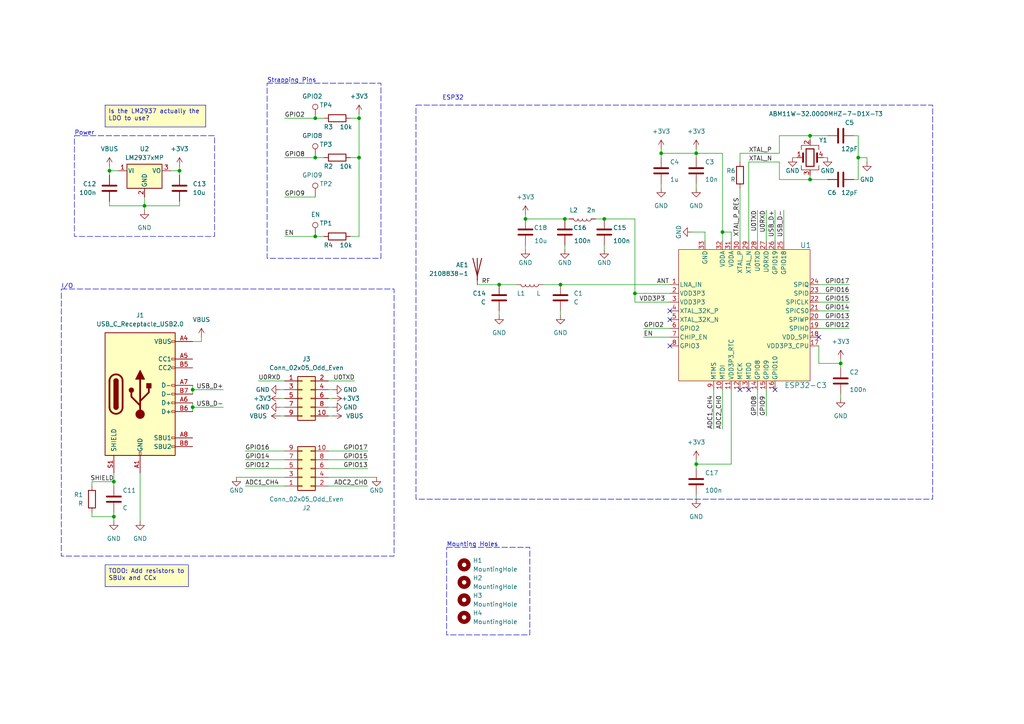
<source format=kicad_sch>
(kicad_sch (version 20230121) (generator eeschema)
  (paper "A4")
  (lib_symbols
    (symbol "Connector:TestPoint" (pin_numbers hide) (pin_names (offset 0.762) hide)
      (property "Reference" "TP" (at 0 6.858 0))
      (property "Value" "TestPoint" (at 0 5.08 0))
      (symbol "TestPoint_0_1"
        (circle (center 0 3.302) (radius 0.762))
      )
      (symbol "TestPoint_1_1"
        (pin passive line (at 0 0 90) (length 2.54) (name "1") (number "1"))
      )
    )
    (symbol "Connector:USB_C_Receptacle_USB2.0" (pin_names (offset 1.016))
      (property "Reference" "J" (at -10.16 19.05 0))
      (property "Value" "USB_C_Receptacle_USB2.0" (at 19.05 19.05 0))
      (symbol "USB_C_Receptacle_USB2.0_0_0"
        (rectangle (start -0.254 -17.78) (end 0.254 -16.764))
        (rectangle (start 10.16 -14.986) (end 9.144 -15.494))
        (rectangle (start 10.16 -12.446) (end 9.144 -12.954))
        (rectangle (start 10.16 -4.826) (end 9.144 -5.334))
        (rectangle (start 10.16 -2.286) (end 9.144 -2.794))
        (rectangle (start 10.16 0.254) (end 9.144 -0.254))
        (rectangle (start 10.16 2.794) (end 9.144 2.286))
        (rectangle (start 10.16 7.874) (end 9.144 7.366))
        (rectangle (start 10.16 10.414) (end 9.144 9.906))
        (rectangle (start 10.16 15.494) (end 9.144 14.986))
      )
      (symbol "USB_C_Receptacle_USB2.0_0_1"
        (rectangle (start -10.16 17.78) (end 10.16 -17.78) (stroke (width 0.254)) (fill (type background)))
        (arc (start -8.89 -3.81) (mid -6.985 -5.7067) (end -5.08 -3.81) (stroke (width 0.508)))
        (arc (start -7.62 -3.81) (mid -6.985 -4.4423) (end -6.35 -3.81) (stroke (width 0.254)))
        (arc (start -7.62 -3.81) (mid -6.985 -4.4423) (end -6.35 -3.81) (stroke (width 0.254)) (fill (type outline)))
        (rectangle (start -7.62 -3.81) (end -6.35 3.81) (stroke (width 0.254)) (fill (type outline)))
        (arc (start -6.35 3.81) (mid -6.985 4.4423) (end -7.62 3.81) (stroke (width 0.254)))
        (arc (start -6.35 3.81) (mid -6.985 4.4423) (end -7.62 3.81) (stroke (width 0.254)) (fill (type outline)))
        (arc (start -5.08 3.81) (mid -6.985 5.7067) (end -8.89 3.81) (stroke (width 0.508)))
        (circle (center -2.54 1.143) (radius 0.635) (stroke (width 0.254)) (fill (type outline)))
        (circle (center 0 -5.842) (radius 1.27) (fill (type outline)))
        (polyline (pts (xy -8.89 -3.81) (xy -8.89 3.81)) (stroke (width 0.508)))
        (polyline (pts (xy -5.08 3.81) (xy -5.08 -3.81)) (stroke (width 0.508)))
        (polyline (pts (xy 0 -5.842) (xy 0 4.318)) (stroke (width 0.508)))
        (polyline (pts (xy 0 -3.302) (xy -2.54 -0.762) (xy -2.54 0.508)) (stroke (width 0.508)))
        (polyline (pts (xy 0 -2.032) (xy 2.54 0.508) (xy 2.54 1.778)) (stroke (width 0.508)))
        (polyline (pts (xy -1.27 4.318) (xy 0 6.858) (xy 1.27 4.318) (xy -1.27 4.318)) (stroke (width 0.254)) (fill (type outline)))
        (rectangle (start 1.905 1.778) (end 3.175 3.048) (stroke (width 0.254)) (fill (type outline)))
      )
      (symbol "USB_C_Receptacle_USB2.0_1_1"
        (pin passive line (at 0 -22.86 90) (length 5.08) (name "GND") (number "A1"))
        (pin passive line (at 0 -22.86 90) (length 5.08) hide (name "GND") (number "A12"))
        (pin passive line (at 15.24 15.24 180) (length 5.08) (name "VBUS") (number "A4"))
        (pin bidirectional line (at 15.24 10.16 180) (length 5.08) (name "CC1") (number "A5"))
        (pin bidirectional line (at 15.24 -2.54 180) (length 5.08) (name "D+") (number "A6"))
        (pin bidirectional line (at 15.24 2.54 180) (length 5.08) (name "D-") (number "A7"))
        (pin bidirectional line (at 15.24 -12.7 180) (length 5.08) (name "SBU1") (number "A8"))
        (pin passive line (at 15.24 15.24 180) (length 5.08) hide (name "VBUS") (number "A9"))
        (pin passive line (at 0 -22.86 90) (length 5.08) hide (name "GND") (number "B1"))
        (pin passive line (at 0 -22.86 90) (length 5.08) hide (name "GND") (number "B12"))
        (pin passive line (at 15.24 15.24 180) (length 5.08) hide (name "VBUS") (number "B4"))
        (pin bidirectional line (at 15.24 7.62 180) (length 5.08) (name "CC2") (number "B5"))
        (pin bidirectional line (at 15.24 -5.08 180) (length 5.08) (name "D+") (number "B6"))
        (pin bidirectional line (at 15.24 0 180) (length 5.08) (name "D-") (number "B7"))
        (pin bidirectional line (at 15.24 -15.24 180) (length 5.08) (name "SBU2") (number "B8"))
        (pin passive line (at 15.24 15.24 180) (length 5.08) hide (name "VBUS") (number "B9"))
        (pin passive line (at -7.62 -22.86 90) (length 5.08) (name "SHIELD") (number "S1"))
      )
    )
    (symbol "Connector_Generic:Conn_02x05_Odd_Even" (pin_names (offset 1.016) hide)
      (property "Reference" "J" (at 1.27 7.62 0))
      (property "Value" "Conn_02x05_Odd_Even" (at 1.27 -7.62 0))
      (symbol "Conn_02x05_Odd_Even_1_1"
        (rectangle (start -1.27 -4.953) (end 0 -5.207) (stroke (width 0.1524)))
        (rectangle (start -1.27 -2.413) (end 0 -2.667) (stroke (width 0.1524)))
        (rectangle (start -1.27 0.127) (end 0 -0.127) (stroke (width 0.1524)))
        (rectangle (start -1.27 2.667) (end 0 2.413) (stroke (width 0.1524)))
        (rectangle (start -1.27 5.207) (end 0 4.953) (stroke (width 0.1524)))
        (rectangle (start -1.27 6.35) (end 3.81 -6.35) (stroke (width 0.254)) (fill (type background)))
        (rectangle (start 3.81 -4.953) (end 2.54 -5.207) (stroke (width 0.1524)))
        (rectangle (start 3.81 -2.413) (end 2.54 -2.667) (stroke (width 0.1524)))
        (rectangle (start 3.81 0.127) (end 2.54 -0.127) (stroke (width 0.1524)))
        (rectangle (start 3.81 2.667) (end 2.54 2.413) (stroke (width 0.1524)))
        (rectangle (start 3.81 5.207) (end 2.54 4.953) (stroke (width 0.1524)))
        (pin passive line (at -5.08 5.08 0) (length 3.81) (name "Pin_1") (number "1"))
        (pin passive line (at 7.62 -5.08 180) (length 3.81) (name "Pin_10") (number "10"))
        (pin passive line (at 7.62 5.08 180) (length 3.81) (name "Pin_2") (number "2"))
        (pin passive line (at -5.08 2.54 0) (length 3.81) (name "Pin_3") (number "3"))
        (pin passive line (at 7.62 2.54 180) (length 3.81) (name "Pin_4") (number "4"))
        (pin passive line (at -5.08 0 0) (length 3.81) (name "Pin_5") (number "5"))
        (pin passive line (at 7.62 0 180) (length 3.81) (name "Pin_6") (number "6"))
        (pin passive line (at -5.08 -2.54 0) (length 3.81) (name "Pin_7") (number "7"))
        (pin passive line (at 7.62 -2.54 180) (length 3.81) (name "Pin_8") (number "8"))
        (pin passive line (at -5.08 -5.08 0) (length 3.81) (name "Pin_9") (number "9"))
      )
    )
    (symbol "Device:Antenna" (pin_numbers hide) (pin_names (offset 1.016) hide)
      (property "Reference" "AE" (at -1.905 1.905 0))
      (property "Value" "Antenna" (at -1.905 0 0))
      (symbol "Antenna_0_1"
        (polyline (pts (xy 0 2.54) (xy 0 -3.81)) (stroke (width 0.254)))
        (polyline (pts (xy 1.27 2.54) (xy 0 -2.54) (xy -1.27 2.54)) (stroke (width 0.254)))
      )
      (symbol "Antenna_1_1"
        (pin input line (at 0 -5.08 90) (length 2.54) (name "A") (number "1"))
      )
    )
    (symbol "Device:C" (pin_numbers hide) (pin_names (offset 0.254))
      (property "Reference" "C" (at 0.635 2.54 0))
      (property "Value" "C" (at 0.635 -2.54 0))
      (symbol "C_0_1"
        (polyline (pts (xy -2.032 -0.762) (xy 2.032 -0.762)) (stroke (width 0.508)))
        (polyline (pts (xy -2.032 0.762) (xy 2.032 0.762)) (stroke (width 0.508)))
      )
      (symbol "C_1_1"
        (pin passive line (at 0 3.81 270) (length 2.794) (name "~") (number "1"))
        (pin passive line (at 0 -3.81 90) (length 2.794) (name "~") (number "2"))
      )
    )
    (symbol "Device:Crystal_GND23" (pin_names (offset 1.016) hide)
      (property "Reference" "Y" (at 3.175 5.08 0))
      (property "Value" "Crystal_GND23" (at 3.175 3.175 0))
      (symbol "Crystal_GND23_0_1"
        (rectangle (start -1.143 2.54) (end 1.143 -2.54) (stroke (width 0.3048)))
        (polyline (pts (xy -2.54 0) (xy -2.032 0)))
        (polyline (pts (xy -2.032 -1.27) (xy -2.032 1.27)) (stroke (width 0.508)))
        (polyline (pts (xy 0 -3.81) (xy 0 -3.556)))
        (polyline (pts (xy 0 3.556) (xy 0 3.81)))
        (polyline (pts (xy 2.032 -1.27) (xy 2.032 1.27)) (stroke (width 0.508)))
        (polyline (pts (xy 2.032 0) (xy 2.54 0)))
        (polyline (pts (xy -2.54 -2.286) (xy -2.54 -3.556) (xy 2.54 -3.556) (xy 2.54 -2.286)))
        (polyline (pts (xy -2.54 2.286) (xy -2.54 3.556) (xy 2.54 3.556) (xy 2.54 2.286)))
      )
      (symbol "Crystal_GND23_1_1"
        (pin passive line (at -3.81 0 0) (length 1.27) (name "1") (number "1"))
        (pin passive line (at 0 5.08 270) (length 1.27) (name "2") (number "2"))
        (pin passive line (at 0 -5.08 90) (length 1.27) (name "3") (number "3"))
        (pin passive line (at 3.81 0 180) (length 1.27) (name "4") (number "4"))
      )
    )
    (symbol "Device:L" (pin_numbers hide) (pin_names (offset 1.016) hide)
      (property "Reference" "L" (at -1.27 0 90))
      (property "Value" "L" (at 1.905 0 90))
      (symbol "L_0_1"
        (arc (start 0 -2.54) (mid 0.6323 -1.905) (end 0 -1.27))
        (arc (start 0 -1.27) (mid 0.6323 -0.635) (end 0 0))
        (arc (start 0 0) (mid 0.6323 0.635) (end 0 1.27))
        (arc (start 0 1.27) (mid 0.6323 1.905) (end 0 2.54))
      )
      (symbol "L_1_1"
        (pin passive line (at 0 3.81 270) (length 1.27) (name "1") (number "1"))
        (pin passive line (at 0 -3.81 90) (length 1.27) (name "2") (number "2"))
      )
    )
    (symbol "Device:R" (pin_numbers hide) (pin_names (offset 0))
      (property "Reference" "R" (at 2.032 0 90))
      (property "Value" "R" (at 0 0 90))
      (symbol "R_0_1"
        (rectangle (start -1.016 -2.54) (end 1.016 2.54) (stroke (width 0.254)))
      )
      (symbol "R_1_1"
        (pin passive line (at 0 3.81 270) (length 1.27) (name "~") (number "1"))
        (pin passive line (at 0 -3.81 90) (length 1.27) (name "~") (number "2"))
      )
    )
    (symbol "Mechanical:MountingHole" (pin_names (offset 1.016))
      (property "Reference" "H" (at 0 5.08 0))
      (property "Value" "MountingHole" (at 0 3.175 0))
      (symbol "MountingHole_0_1"
        (circle (center 0 0) (radius 1.27) (stroke (width 1.27)))
      )
    )
    (symbol "Regulator_Linear:LM2937xMP" (pin_names (offset 0.254))
      (property "Reference" "U" (at -3.81 3.175 0))
      (property "Value" "LM2937xMP" (at 0 3.175 0))
      (symbol "LM2937xMP_0_1"
        (rectangle (start -5.08 -5.08) (end 5.08 1.905) (stroke (width 0.254)) (fill (type background)))
      )
      (symbol "LM2937xMP_1_1"
        (pin power_in line (at -7.62 0 0) (length 2.54) (name "VI") (number "1"))
        (pin power_in line (at 0 -7.62 90) (length 2.54) (name "GND") (number "2"))
        (pin power_out line (at 7.62 0 180) (length 2.54) (name "VO") (number "3"))
      )
    )
    (symbol "encyclopedia_galactica:ESP32-C3" (pin_names (offset 0.254))
      (property "Reference" "U" (at 0 43.18 0))
      (property "Value" "ESP32-C3" (at 0 40.64 0))
      (symbol "ESP32-C3_0_1"
        (pin bidirectional line (at -21.59 8.89 0) (length 2.54) (name "LNA_IN") (number "1"))
        (pin bidirectional line (at -6.35 -21.59 90) (length 2.54) (name "MTDI") (number "10"))
        (pin power_in line (at -3.81 -21.59 90) (length 2.54) (name "VDD3P3_RTC") (number "11"))
        (pin bidirectional line (at -1.27 -21.59 90) (length 2.54) (name "MTCK") (number "12"))
        (pin bidirectional line (at 1.27 -21.59 90) (length 2.54) (name "MTDO") (number "13"))
        (pin bidirectional line (at 3.81 -21.59 90) (length 2.54) (name "GPIO8") (number "14"))
        (pin bidirectional line (at 6.35 -21.59 90) (length 2.54) (name "GPIO9") (number "15"))
        (pin bidirectional line (at 8.89 -21.59 90) (length 2.54) (name "GPIO10") (number "16"))
        (pin power_in line (at 21.59 -8.89 180) (length 2.54) (name "VDD3P3_CPU") (number "17"))
        (pin power_in line (at 21.59 -6.35 180) (length 2.54) (name "VDD_SPI") (number "18"))
        (pin bidirectional line (at 21.59 -3.81 180) (length 2.54) (name "SPIHD") (number "19"))
        (pin power_in line (at -21.59 6.35 0) (length 2.54) (name "VDD3P3") (number "2"))
        (pin bidirectional line (at 21.59 -1.27 180) (length 2.54) (name "SPIWP") (number "20"))
        (pin bidirectional line (at 21.59 1.27 180) (length 2.54) (name "SPICS0") (number "21"))
        (pin bidirectional line (at 21.59 3.81 180) (length 2.54) (name "SPICLK") (number "22"))
        (pin bidirectional line (at 21.59 6.35 180) (length 2.54) (name "SPID") (number "23"))
        (pin bidirectional line (at 21.59 8.89 180) (length 2.54) (name "SPIQ") (number "24"))
        (pin bidirectional line (at 11.43 21.59 270) (length 2.54) (name "GPIO18") (number "25"))
        (pin bidirectional line (at 8.89 21.59 270) (length 2.54) (name "GPIO19") (number "26"))
        (pin bidirectional line (at 6.35 21.59 270) (length 2.54) (name "U0RXD") (number "27"))
        (pin bidirectional line (at 3.81 21.59 270) (length 2.54) (name "U0TXD") (number "28"))
        (pin output line (at 1.27 21.59 270) (length 2.54) (name "XTAL_N") (number "29"))
        (pin power_in line (at -21.59 3.81 0) (length 2.54) (name "VDD3P3") (number "3"))
        (pin input line (at -1.27 21.59 270) (length 2.54) (name "XTAL_P") (number "30"))
        (pin power_in line (at -3.81 21.59 270) (length 2.54) (name "VDDA") (number "31"))
        (pin power_in line (at -6.35 21.59 270) (length 2.54) (name "VDDA") (number "32"))
        (pin power_out line (at -11.43 21.59 270) (length 2.54) (name "GND") (number "33"))
        (pin bidirectional line (at -21.59 1.27 0) (length 2.54) (name "XTAL_32K_P") (number "4"))
        (pin bidirectional line (at -21.59 -1.27 0) (length 2.54) (name "XTAL_32K_N") (number "5"))
        (pin bidirectional line (at -21.59 -3.81 0) (length 2.54) (name "GPIO2") (number "6"))
        (pin input line (at -21.59 -6.35 0) (length 2.54) (name "CHIP_EN") (number "7"))
        (pin bidirectional line (at -21.59 -8.89 0) (length 2.54) (name "GPIO3") (number "8"))
        (pin bidirectional line (at -8.89 -21.59 90) (length 2.54) (name "MTMS") (number "9"))
      )
      (symbol "ESP32-C3_1_1"
        (rectangle (start -19.05 19.05) (end 19.05 -19.05) (fill (type background)))
      )
    )
    (symbol "power:+3V3" (power) (pin_names (offset 0))
      (property "Value" "+3V3" (at 0 3.556 0))
      (symbol "+3V3_0_1"
        (polyline (pts (xy -0.762 1.27) (xy 0 2.54)))
        (polyline (pts (xy 0 0) (xy 0 2.54)))
        (polyline (pts (xy 0 2.54) (xy 0.762 1.27)))
      )
      (symbol "+3V3_1_1"
        (pin power_in line (at 0 0 90) (length 0) hide (name "+3V3") (number "1"))
      )
    )
    (symbol "power:GND" (power) (pin_names (offset 0))
      (property "Value" "GND" (at 0 -3.81 0))
      (symbol "GND_0_1"
        (polyline (pts (xy 0 0) (xy 0 -1.27) (xy 1.27 -1.27) (xy 0 -2.54) (xy -1.27 -1.27) (xy 0 -1.27)))
      )
      (symbol "GND_1_1"
        (pin power_in line (at 0 0 270) (length 0) hide (name "GND") (number "1"))
      )
    )
    (symbol "power:VBUS" (power) (pin_names (offset 0))
      (property "Value" "VBUS" (at 0 3.81 0))
      (symbol "VBUS_0_1"
        (polyline (pts (xy -0.762 1.27) (xy 0 2.54)))
        (polyline (pts (xy 0 0) (xy 0 2.54)))
        (polyline (pts (xy 0 2.54) (xy 0.762 1.27)))
      )
      (symbol "VBUS_1_1"
        (pin power_in line (at 0 0 90) (length 0) hide (name "VBUS") (number "1"))
      )
    )
  )
  (junction (at 41.91 59.69))
  (junction (at 162.56 82.55))
  (junction (at 209.55 67.31))
  (junction (at 152.4 63.5))
  (junction (at 91.44 45.72))
  (junction (at 104.14 34.29))
  (junction (at 191.77 44.45))
  (junction (at 163.83 63.5))
  (junction (at 33.02 139.7))
  (junction (at 201.93 134.62))
  (junction (at 201.93 44.45))
  (junction (at 91.44 34.29))
  (junction (at 55.88 118.11))
  (junction (at 91.44 68.58))
  (junction (at 175.26 63.5))
  (junction (at 243.84 105.41))
  (junction (at 248.92 45.72))
  (junction (at 104.14 45.72))
  (junction (at 31.75 49.53))
  (junction (at 234.95 39.37))
  (junction (at 33.02 149.86))
  (junction (at 184.15 85.09))
  (junction (at 55.88 113.03))
  (junction (at 144.78 82.55))
  (junction (at 234.95 52.07))
  (junction (at 52.07 49.53))
  (no_connect (at 224.79 113.03))
  (no_connect (at 194.31 100.33))
  (no_connect (at 194.31 90.17))
  (no_connect (at 214.63 113.03))
  (no_connect (at 237.49 97.79))
  (no_connect (at 217.17 113.03))
  (no_connect (at 194.31 92.71))
  (wire (pts (xy 55.88 116.84) (xy 55.88 118.11)))
  (wire (pts (xy 237.49 82.55) (xy 246.38 82.55)))
  (wire (pts (xy 91.44 34.29) (xy 82.55 34.29)))
  (wire (pts (xy 186.69 95.25) (xy 194.31 95.25)))
  (wire (pts (xy 55.88 118.11) (xy 64.77 118.11)))
  (wire (pts (xy 251.46 45.72) (xy 248.92 45.72)))
  (wire (pts (xy 26.67 140.97) (xy 26.67 139.7)))
  (wire (pts (xy 102.87 110.49) (xy 95.25 110.49)))
  (wire (pts (xy 201.93 53.34) (xy 201.93 54.61)))
  (wire (pts (xy 237.49 87.63) (xy 246.38 87.63)))
  (wire (pts (xy 222.25 60.96) (xy 222.25 69.85)))
  (wire (pts (xy 152.4 63.5) (xy 163.83 63.5)))
  (wire (pts (xy 33.02 137.16) (xy 33.02 139.7)))
  (wire (pts (xy 214.63 44.45) (xy 226.06 44.45)))
  (wire (pts (xy 237.49 85.09) (xy 246.38 85.09)))
  (wire (pts (xy 93.98 34.29) (xy 91.44 34.29)))
  (wire (pts (xy 55.88 111.76) (xy 55.88 113.03)))
  (wire (pts (xy 209.55 44.45) (xy 209.55 67.31)))
  (wire (pts (xy 234.95 39.37) (xy 234.95 40.64)))
  (wire (pts (xy 237.49 105.41) (xy 237.49 100.33)))
  (wire (pts (xy 226.06 52.07) (xy 226.06 46.99)))
  (wire (pts (xy 55.88 113.03) (xy 64.77 113.03)))
  (wire (pts (xy 95.25 133.35) (xy 106.68 133.35)))
  (wire (pts (xy 40.64 137.16) (xy 40.64 151.13)))
  (wire (pts (xy 58.42 99.06) (xy 58.42 97.79)))
  (wire (pts (xy 55.88 118.11) (xy 55.88 119.38)))
  (wire (pts (xy 231.14 45.72) (xy 229.87 45.72)))
  (wire (pts (xy 163.83 71.12) (xy 163.83 72.39)))
  (wire (pts (xy 217.17 46.99) (xy 217.17 69.85)))
  (wire (pts (xy 74.93 110.49) (xy 82.55 110.49)))
  (wire (pts (xy 81.28 115.57) (xy 82.55 115.57)))
  (wire (pts (xy 162.56 82.55) (xy 194.31 82.55)))
  (wire (pts (xy 201.93 134.62) (xy 201.93 133.35)))
  (wire (pts (xy 95.25 135.89) (xy 106.68 135.89)))
  (wire (pts (xy 33.02 149.86) (xy 33.02 148.59)))
  (wire (pts (xy 243.84 104.14) (xy 243.84 105.41)))
  (wire (pts (xy 95.25 140.97) (xy 106.68 140.97)))
  (wire (pts (xy 152.4 71.12) (xy 152.4 72.39)))
  (wire (pts (xy 52.07 58.42) (xy 52.07 59.69)))
  (wire (pts (xy 41.91 59.69) (xy 41.91 57.15)))
  (wire (pts (xy 91.44 45.72) (xy 82.55 45.72)))
  (wire (pts (xy 209.55 113.03) (xy 209.55 124.46)))
  (wire (pts (xy 237.49 105.41) (xy 243.84 105.41)))
  (wire (pts (xy 191.77 43.18) (xy 191.77 44.45)))
  (wire (pts (xy 91.44 57.15) (xy 82.55 57.15)))
  (wire (pts (xy 209.55 67.31) (xy 212.09 67.31)))
  (wire (pts (xy 226.06 39.37) (xy 226.06 44.45)))
  (wire (pts (xy 217.17 46.99) (xy 226.06 46.99)))
  (wire (pts (xy 175.26 71.12) (xy 175.26 72.39)))
  (wire (pts (xy 81.28 120.65) (xy 82.55 120.65)))
  (wire (pts (xy 144.78 82.55) (xy 149.86 82.55)))
  (wire (pts (xy 240.03 52.07) (xy 234.95 52.07)))
  (wire (pts (xy 104.14 68.58) (xy 101.6 68.58)))
  (wire (pts (xy 247.65 52.07) (xy 248.92 52.07)))
  (wire (pts (xy 186.69 97.79) (xy 194.31 97.79)))
  (wire (pts (xy 71.12 130.81) (xy 82.55 130.81)))
  (wire (pts (xy 95.25 120.65) (xy 96.52 120.65)))
  (wire (pts (xy 227.33 60.96) (xy 227.33 69.85)))
  (wire (pts (xy 68.58 138.43) (xy 82.55 138.43)))
  (wire (pts (xy 214.63 54.61) (xy 214.63 69.85)))
  (wire (pts (xy 243.84 114.3) (xy 243.84 115.57)))
  (wire (pts (xy 184.15 63.5) (xy 175.26 63.5)))
  (wire (pts (xy 91.44 68.58) (xy 82.55 68.58)))
  (wire (pts (xy 33.02 149.86) (xy 33.02 151.13)))
  (wire (pts (xy 248.92 39.37) (xy 247.65 39.37)))
  (wire (pts (xy 219.71 60.96) (xy 219.71 69.85)))
  (wire (pts (xy 214.63 44.45) (xy 214.63 46.99)))
  (wire (pts (xy 81.28 118.11) (xy 82.55 118.11)))
  (wire (pts (xy 55.88 113.03) (xy 55.88 114.3)))
  (wire (pts (xy 234.95 52.07) (xy 234.95 50.8)))
  (wire (pts (xy 207.01 113.03) (xy 207.01 124.46)))
  (wire (pts (xy 104.14 45.72) (xy 101.6 45.72)))
  (wire (pts (xy 191.77 44.45) (xy 201.93 44.45)))
  (wire (pts (xy 109.22 138.43) (xy 95.25 138.43)))
  (wire (pts (xy 172.72 63.5) (xy 175.26 63.5)))
  (wire (pts (xy 52.07 49.53) (xy 52.07 50.8)))
  (wire (pts (xy 222.25 113.03) (xy 222.25 120.65)))
  (wire (pts (xy 201.93 134.62) (xy 212.09 134.62)))
  (wire (pts (xy 95.25 113.03) (xy 96.52 113.03)))
  (wire (pts (xy 31.75 59.69) (xy 41.91 59.69)))
  (wire (pts (xy 237.49 92.71) (xy 246.38 92.71)))
  (wire (pts (xy 201.93 143.51) (xy 201.93 144.78)))
  (wire (pts (xy 224.79 60.96) (xy 224.79 69.85)))
  (wire (pts (xy 157.48 82.55) (xy 162.56 82.55)))
  (wire (pts (xy 52.07 48.26) (xy 52.07 49.53)))
  (wire (pts (xy 162.56 90.17) (xy 162.56 91.44)))
  (wire (pts (xy 95.25 115.57) (xy 96.52 115.57)))
  (wire (pts (xy 91.44 45.72) (xy 93.98 45.72)))
  (wire (pts (xy 26.67 149.86) (xy 33.02 149.86)))
  (wire (pts (xy 243.84 105.41) (xy 243.84 106.68)))
  (wire (pts (xy 219.71 113.03) (xy 219.71 120.65)))
  (wire (pts (xy 71.12 133.35) (xy 82.55 133.35)))
  (wire (pts (xy 49.53 49.53) (xy 52.07 49.53)))
  (wire (pts (xy 26.67 148.59) (xy 26.67 149.86)))
  (wire (pts (xy 95.25 130.81) (xy 106.68 130.81)))
  (wire (pts (xy 201.93 44.45) (xy 209.55 44.45)))
  (wire (pts (xy 81.28 113.03) (xy 82.55 113.03)))
  (wire (pts (xy 248.92 52.07) (xy 248.92 45.72)))
  (wire (pts (xy 26.67 139.7) (xy 33.02 139.7)))
  (wire (pts (xy 184.15 87.63) (xy 184.15 85.09)))
  (wire (pts (xy 104.14 34.29) (xy 104.14 45.72)))
  (wire (pts (xy 163.83 63.5) (xy 165.1 63.5)))
  (wire (pts (xy 31.75 48.26) (xy 31.75 49.53)))
  (wire (pts (xy 144.78 90.17) (xy 144.78 91.44)))
  (wire (pts (xy 237.49 90.17) (xy 246.38 90.17)))
  (wire (pts (xy 248.92 45.72) (xy 248.92 39.37)))
  (wire (pts (xy 33.02 139.7) (xy 33.02 140.97)))
  (wire (pts (xy 55.88 99.06) (xy 58.42 99.06)))
  (wire (pts (xy 201.93 43.18) (xy 201.93 44.45)))
  (wire (pts (xy 104.14 33.02) (xy 104.14 34.29)))
  (wire (pts (xy 212.09 67.31) (xy 212.09 69.85)))
  (wire (pts (xy 41.91 59.69) (xy 41.91 60.96)))
  (wire (pts (xy 226.06 52.07) (xy 234.95 52.07)))
  (wire (pts (xy 191.77 53.34) (xy 191.77 54.61)))
  (wire (pts (xy 104.14 34.29) (xy 101.6 34.29)))
  (wire (pts (xy 209.55 67.31) (xy 209.55 69.85)))
  (wire (pts (xy 201.93 135.89) (xy 201.93 134.62)))
  (wire (pts (xy 201.93 44.45) (xy 201.93 45.72)))
  (wire (pts (xy 234.95 39.37) (xy 226.06 39.37)))
  (wire (pts (xy 251.46 46.99) (xy 251.46 45.72)))
  (wire (pts (xy 71.12 135.89) (xy 82.55 135.89)))
  (wire (pts (xy 240.03 39.37) (xy 234.95 39.37)))
  (wire (pts (xy 237.49 95.25) (xy 246.38 95.25)))
  (wire (pts (xy 93.98 68.58) (xy 91.44 68.58)))
  (wire (pts (xy 104.14 45.72) (xy 104.14 68.58)))
  (wire (pts (xy 184.15 85.09) (xy 184.15 63.5)))
  (wire (pts (xy 95.25 118.11) (xy 96.52 118.11)))
  (wire (pts (xy 138.43 82.55) (xy 144.78 82.55)))
  (wire (pts (xy 41.91 59.69) (xy 52.07 59.69)))
  (wire (pts (xy 31.75 49.53) (xy 31.75 50.8)))
  (wire (pts (xy 71.12 140.97) (xy 82.55 140.97)))
  (wire (pts (xy 240.03 45.72) (xy 238.76 45.72)))
  (wire (pts (xy 31.75 58.42) (xy 31.75 59.69)))
  (wire (pts (xy 184.15 85.09) (xy 194.31 85.09)))
  (wire (pts (xy 194.31 87.63) (xy 184.15 87.63)))
  (wire (pts (xy 204.47 67.31) (xy 204.47 69.85)))
  (wire (pts (xy 152.4 62.23) (xy 152.4 63.5)))
  (wire (pts (xy 191.77 44.45) (xy 191.77 45.72)))
  (wire (pts (xy 212.09 113.03) (xy 212.09 134.62)))
  (wire (pts (xy 200.66 67.31) (xy 204.47 67.31)))
  (wire (pts (xy 31.75 49.53) (xy 34.29 49.53)))
  (rectangle (start 21.59 39.37) (end 62.23 68.58) (stroke (width 0) (type dash)))
  (rectangle (start 129.54 158.75) (end 153.67 184.15) (stroke (width 0) (type dash)))
  (rectangle (start 77.47 24.13) (end 110.49 74.93) (stroke (width 0) (type dash)))
  (rectangle (start 17.78 83.82) (end 114.3 161.29) (stroke (width 0) (type dash)))
  (rectangle (start 120.65 30.48) (end 270.51 144.78) (stroke (width 0) (type dash)))
  (text_box "TODO: Add resistors to SBUx and CCx" (at 30.48 163.83 0) (size 24.13 6.35) (fill (type color) (color 255 255 194 1)) (effects (font (size 1.27 1.27)) (justify left top)))
  (text_box "Is the LM2937 actually the LDO to use?" (at 30.48 30.48 0) (size 29.21 6.35) (fill (type color) (color 255 255 194 1)) (effects (font (size 1.27 1.27)) (justify left top)))
  (text "ESP32" (at 128.27 29.21 0) (effects (font (size 1.27 1.27)) (justify left bottom)))
  (text "I/O" (at 17.78 83.82 0) (effects (font (size 1.27 1.27)) (justify left bottom)))
  (text "Mounting Holes" (at 129.54 158.75 0) (effects (font (size 1.27 1.27)) (justify left bottom)))
  (text "Power" (at 21.59 39.37 0) (effects (font (size 1.27 1.27)) (justify left bottom)))
  (text "Strapping Pins" (at 77.47 24.13 0) (effects (font (size 1.27 1.27)) (justify left bottom)))
  (label "ADC1_CH4" (at 207.01 124.46 90))
  (label "U0RXD" (at 74.93 110.49 0))
  (label "USB_D-" (at 64.77 118.11 180))
  (label "GPIO12" (at 71.12 135.89 0))
  (label "EN" (at 186.69 97.79 0))
  (label "GPIO16" (at 71.12 130.81 0))
  (label "GPIO13" (at 106.68 135.89 180))
  (label "USB_D+" (at 64.77 113.03 180))
  (label "SHIELD" (at 33.02 139.7 180))
  (label "ADC1_CH4" (at 71.12 140.97 0))
  (label "USB_D+" (at 224.79 60.96 270))
  (label "GPIO2" (at 82.55 34.29 0))
  (label "GPIO14" (at 246.38 90.17 180))
  (label "GPIO9" (at 222.25 120.65 90))
  (label "GPIO17" (at 246.38 82.55 180))
  (label "GPIO14" (at 71.12 133.35 0))
  (label "U0TXD" (at 102.87 110.49 180))
  (label "ADC2_CH0" (at 209.55 124.46 90))
  (label "U0RXD" (at 222.25 60.96 270))
  (label "VDD3P3" (at 185.42 87.63 0))
  (label "ANT" (at 190.5 82.55 0))
  (label "USB_D-" (at 227.33 60.96 270))
  (label "GPIO12" (at 246.38 95.25 180))
  (label "XTAL_P" (at 217.17 44.45 0))
  (label "GPIO9" (at 82.55 57.15 0))
  (label "XTAL_P_RES" (at 214.63 68.58 90))
  (label "GPIO15" (at 106.68 133.35 180))
  (label "XTAL_N" (at 217.17 46.99 0))
  (label "GPIO16" (at 246.38 85.09 180))
  (label "RF" (at 139.7 82.55 0))
  (label "U0TXD" (at 219.71 60.96 270))
  (label "EN" (at 82.55 68.58 0))
  (label "GPIO8" (at 82.55 45.72 0))
  (label "GPIO13" (at 246.38 92.71 180))
  (label "GPIO17" (at 106.68 130.81 180))
  (label "GPIO2" (at 186.69 95.25 0))
  (label "ADC2_CH0" (at 106.68 140.97 180))
  (label "GPIO15" (at 246.38 87.63 180))
  (label "GPIO8" (at 219.71 120.65 90))
  (symbol (lib_id "power:GND") (at 229.87 45.72 0) (mirror y) (unit 1)
    (property "Reference" "#PWR03" (effects hide))
    (property "Value" "GND" (at 229.87 49.53 0))
  )
  (symbol (lib_id "Connector:USB_C_Receptacle_USB2.0") (at 40.64 114.3 0) (unit 1)
    (property "Reference" "J1" (at 40.64 91.44 0))
    (property "Value" "USB_C_Receptacle_USB2.0" (at 40.64 93.98 0))
    (property "Footprint" "Connector_USB:USB_C_Receptacle_GCT_USB4105-xx-A_16P_TopMnt_Horizontal" (effects hide))
    (property "Datasheet" "https://www.usb.org/sites/default/files/documents/usb_type-c.zip" (effects hide))
  )
  (symbol (lib_id "Device:R") (at 214.63 50.8 0) (mirror y) (unit 1)
    (property "Reference" "R6" (at 213.36 49.53 0) (effects (justify left)))
    (property "Value" "R" (at 213.36 52.07 0) (effects (justify left)))
    (property "Footprint" "Resistor_SMD:R_0402_1005Metric" (effects hide))
  )
  (symbol (lib_id "Device:R") (at 97.79 68.58 270) (mirror x) (unit 1)
    (property "Reference" "R4" (at 95.25 71.12 90))
    (property "Value" "10k" (at 100.33 71.12 90))
    (property "Footprint" "Resistor_SMD:R_0402_1005Metric" (effects hide))
  )
  (symbol (lib_id "power:GND") (at 191.77 54.61 0) (unit 1)
    (property "Reference" "#PWR023" (effects hide))
    (property "Value" "GND" (at 191.77 59.69 0))
  )
  (symbol (lib_id "power:VBUS") (at 81.28 120.65 90) (unit 1)
    (property "Reference" "#PWR032" (effects hide))
    (property "Value" "VBUS" (at 77.47 120.65 90) (effects (justify left)))
  )
  (symbol (lib_id "Device:R") (at 26.67 144.78 0) (unit 1)
    (property "Reference" "R1" (at 24.13 143.51 0) (effects (justify right)))
    (property "Value" "R" (at 24.13 146.05 0) (effects (justify right)))
    (property "Footprint" "Resistor_SMD:R_0402_1005Metric" (effects hide))
  )
  (symbol (lib_id "power:GND") (at 81.28 118.11 270) (unit 1)
    (property "Reference" "#PWR030" (effects hide))
    (property "Value" "GND" (at 76.2 118.11 90))
  )
  (symbol (lib_id "Mechanical:MountingHole") (at 134.62 173.99 0) (unit 1)
    (property "Reference" "H3" (at 137.16 172.72 0) (effects (justify left)))
    (property "Value" "MountingHole" (at 137.16 175.26 0) (effects (justify left)))
    (property "Footprint" "MountingHole:MountingHole_2.2mm_M2" (effects hide))
  )
  (symbol (lib_id "power:GND") (at 163.83 72.39 0) (mirror y) (unit 1)
    (property "Reference" "#PWR018" (effects hide))
    (property "Value" "GND" (at 163.83 76.2 0))
  )
  (symbol (lib_id "Mechanical:MountingHole") (at 134.62 163.83 0) (unit 1)
    (property "Reference" "H1" (at 137.16 162.56 0) (effects (justify left)))
    (property "Value" "MountingHole" (at 137.16 165.1 0) (effects (justify left)))
    (property "Footprint" "MountingHole:MountingHole_2.2mm_M2" (effects hide))
  )
  (symbol (lib_id "Device:C") (at 152.4 67.31 0) (unit 1)
    (property "Reference" "C18" (at 158.75 66.04 0) (effects (justify right)))
    (property "Value" "10u" (at 158.75 69.85 0) (effects (justify right)))
    (property "Footprint" "Capacitor_SMD:C_0603_1608Metric" (effects hide))
  )
  (symbol (lib_id "power:+3V3") (at 201.93 43.18 0) (mirror y) (unit 1)
    (property "Reference" "#PWR04" (effects hide))
    (property "Value" "+3V3" (at 201.93 38.1 0))
  )
  (symbol (lib_id "power:GND") (at 41.91 60.96 0) (unit 1)
    (property "Reference" "#PWR016" (effects hide))
    (property "Value" "GND" (at 41.91 66.04 0))
  )
  (symbol (lib_id "power:+3V3") (at 191.77 43.18 0) (mirror y) (unit 1)
    (property "Reference" "#PWR022" (effects hide))
    (property "Value" "+3V3" (at 191.77 38.1 0))
  )
  (symbol (lib_id "Connector_Generic:Conn_02x05_Odd_Even") (at 87.63 115.57 0) (unit 1)
    (property "Reference" "J3" (at 88.9 104.14 0))
    (property "Value" "Conn_02x05_Odd_Even" (at 88.9 106.68 0))
    (property "Footprint" "Connector_PinHeader_2.54mm:PinHeader_2x05_P2.54mm_Vertical" (effects hide))
  )
  (symbol (lib_id "Device:C") (at 144.78 86.36 0) (unit 1)
    (property "Reference" "C14" (at 140.97 85.09 0) (effects (justify right)))
    (property "Value" "C" (at 140.97 87.63 0) (effects (justify right)))
    (property "Footprint" "Capacitor_SMD:C_0402_1005Metric" (effects hide))
  )
  (symbol (lib_id "power:GND") (at 251.46 46.99 0) (mirror y) (unit 1)
    (property "Reference" "#PWR025" (effects hide))
    (property "Value" "GND" (at 251.46 52.07 0))
  )
  (symbol (lib_id "power:VBUS") (at 31.75 48.26 0) (unit 1)
    (property "Reference" "#PWR014" (effects hide))
    (property "Value" "VBUS" (at 31.75 43.18 0))
  )
  (symbol (lib_id "Connector:TestPoint") (at 91.44 68.58 0) (unit 1)
    (property "Reference" "TP1" (at 92.71 64.77 0) (effects (justify left)))
    (property "Value" "EN" (at 90.17 62.23 0) (effects (justify left)))
    (property "Footprint" "TestPoint:TestPoint_Pad_D1.5mm" (effects hide))
  )
  (symbol (lib_id "Connector_Generic:Conn_02x05_Odd_Even") (at 87.63 135.89 0) (mirror x) (unit 1)
    (property "Reference" "J2" (at 88.9 147.32 0))
    (property "Value" "Conn_02x05_Odd_Even" (at 88.9 144.78 0))
    (property "Footprint" "Connector_PinHeader_2.54mm:PinHeader_2x05_P2.54mm_Vertical" (effects hide))
  )
  (symbol (lib_id "power:GND") (at 201.93 54.61 0) (unit 1)
    (property "Reference" "#PWR021" (effects hide))
    (property "Value" "GND" (at 201.93 59.69 0))
  )
  (symbol (lib_id "power:GND") (at 144.78 91.44 0) (mirror y) (unit 1)
    (property "Reference" "#PWR017" (effects hide))
    (property "Value" "GND" (at 144.78 96.52 0))
  )
  (symbol (lib_id "Device:C") (at 201.93 49.53 0) (mirror y) (unit 1)
    (property "Reference" "C3" (at 204.47 46.99 0) (effects (justify right)))
    (property "Value" "10n" (at 204.47 52.07 0) (effects (justify right)))
    (property "Footprint" "Capacitor_SMD:C_0402_1005Metric" (effects hide))
  )
  (symbol (lib_id "Device:C") (at 33.02 144.78 0) (unit 1)
    (property "Reference" "C11" (at 35.56 142.24 0) (effects (justify left)))
    (property "Value" "C" (at 35.56 147.32 0) (effects (justify left)))
    (property "Footprint" "Capacitor_SMD:C_0402_1005Metric" (effects hide))
  )
  (symbol (lib_id "power:+3V3") (at 52.07 48.26 0) (unit 1)
    (property "Reference" "#PWR015" (effects hide))
    (property "Value" "+3V3" (at 52.07 43.18 0))
  )
  (symbol (lib_id "power:GND") (at 175.26 72.39 0) (unit 1)
    (property "Reference" "#PWR019" (effects hide))
    (property "Value" "GND" (at 175.26 76.2 0))
  )
  (symbol (lib_id "Regulator_Linear:LM2937xMP") (at 41.91 49.53 0) (unit 1)
    (property "Reference" "U2" (at 41.91 43.18 0))
    (property "Value" "LM2937xMP" (at 41.91 45.72 0))
    (property "Footprint" "Package_TO_SOT_SMD:SOT-223-3_TabPin2" (effects hide))
    (property "Datasheet" "http://www.ti.com/lit/ds/symlink/lm2937.pdf" (effects hide))
  )
  (symbol (lib_id "power:+3V3") (at 201.93 133.35 0) (mirror y) (unit 1)
    (property "Reference" "#PWR06" (effects hide))
    (property "Value" "+3V3" (at 201.93 128.27 0))
  )
  (symbol (lib_id "encyclopedia_galactica:ESP32-C3") (at 215.9 91.44 0) (unit 1)
    (property "Reference" "U1" (at 233.68 71.12 0) (effects (font (size 1.524 1.524))))
    (property "Value" "ESP32-C3" (at 233.68 111.76 0) (effects (font (size 1.524 1.524))))
    (property "Footprint" "encyclopedia_galactica:QFN32_5X5_EXP" (effects hide))
    (property "Datasheet" "https://www.espressif.com/sites/default/files/documentation/esp32-c3_datasheet_en.pdf" (effects hide))
    (property "HW_Guidelines" "https://www.espressif.com/sites/default/files/documentation/esp32-c3_hardware_design_guidelines_en.pdf" (effects hide))
  )
  (symbol (lib_id "Device:Crystal_GND23") (at 234.95 45.72 0) (unit 1)
    (property "Reference" "Y1" (at 238.76 40.64 0))
    (property "Value" "ABM11W-32.0000MHZ-7-D1X-T3 " (at 240.03 33.02 0))
    (property "Footprint" "encyclopedia_galactica:ABM11W-30.0000MHZ-7-D1X-T3" (effects hide))
  )
  (symbol (lib_id "Device:C") (at 243.84 52.07 90) (mirror x) (unit 1)
    (property "Reference" "C6" (at 241.3 55.88 90))
    (property "Value" "12pF" (at 246.38 55.88 90))
    (property "Footprint" "Capacitor_SMD:C_0402_1005Metric" (effects hide))
  )
  (symbol (lib_id "Device:C") (at 52.07 54.61 0) (mirror y) (unit 1)
    (property "Reference" "C13" (at 55.88 53.34 0) (effects (justify right)))
    (property "Value" "10u" (at 55.88 55.88 0) (effects (justify right)))
    (property "Footprint" "Capacitor_SMD:C_0603_1608Metric" (effects hide))
  )
  (symbol (lib_id "power:GND") (at 81.28 113.03 270) (unit 1)
    (property "Reference" "#PWR026" (effects hide))
    (property "Value" "GND" (at 76.2 113.03 90))
  )
  (symbol (lib_id "power:GND") (at 96.52 113.03 90) (unit 1)
    (property "Reference" "#PWR027" (effects hide))
    (property "Value" "GND" (at 101.6 113.03 90))
  )
  (symbol (lib_id "Device:Antenna") (at 138.43 77.47 0) (mirror y) (unit 1)
    (property "Reference" "AE1" (at 135.89 76.835 0) (effects (justify left)))
    (property "Value" "2108838-1" (at 135.89 79.375 0) (effects (justify left)))
    (property "Footprint" "encyclopedia_galactica:2108838-1" (effects hide))
  )
  (symbol (lib_id "Mechanical:MountingHole") (at 134.62 168.91 0) (unit 1)
    (property "Reference" "H2" (at 137.16 167.64 0) (effects (justify left)))
    (property "Value" "MountingHole" (at 137.16 170.18 0) (effects (justify left)))
    (property "Footprint" "MountingHole:MountingHole_2.2mm_M2" (effects hide))
  )
  (symbol (lib_id "power:GND") (at 201.93 144.78 0) (unit 1)
    (property "Reference" "#PWR07" (effects hide))
    (property "Value" "GND" (at 201.93 149.86 0))
  )
  (symbol (lib_id "Connector:TestPoint") (at 91.44 57.15 0) (unit 1)
    (property "Reference" "TP2" (at 92.71 53.34 0) (effects (justify left)))
    (property "Value" "GPIO9" (at 87.63 50.8 0) (effects (justify left)))
    (property "Footprint" "TestPoint:TestPoint_Pad_D1.5mm" (effects hide))
  )
  (symbol (lib_id "power:GND") (at 68.58 138.43 0) (unit 1)
    (property "Reference" "#PWR034" (effects hide))
    (property "Value" "GND" (at 68.58 142.24 0))
  )
  (symbol (lib_id "Device:L") (at 168.91 63.5 90) (mirror x) (unit 1)
    (property "Reference" "L2" (at 166.37 60.96 90))
    (property "Value" "2n" (at 171.45 60.96 90))
    (property "Footprint" "Inductor_SMD:L_0402_1005Metric" (effects hide))
  )
  (symbol (lib_id "Device:C") (at 191.77 49.53 0) (mirror y) (unit 1)
    (property "Reference" "C4" (at 194.31 46.99 0) (effects (justify right)))
    (property "Value" "1u" (at 194.31 52.07 0) (effects (justify right)))
    (property "Footprint" "Capacitor_SMD:C_0402_1005Metric" (effects hide))
  )
  (symbol (lib_id "Connector:TestPoint") (at 91.44 45.72 0) (unit 1)
    (property "Reference" "TP3" (at 92.71 41.91 0) (effects (justify left)))
    (property "Value" "GPIO8" (at 87.63 39.37 0) (effects (justify left)))
    (property "Footprint" "TestPoint:TestPoint_Pad_D1.5mm" (effects hide))
  )
  (symbol (lib_id "power:+3V3") (at 96.52 115.57 270) (unit 1)
    (property "Reference" "#PWR028" (effects hide))
    (property "Value" "+3V3" (at 99.06 115.57 90) (effects (justify left)))
  )
  (symbol (lib_id "Device:C") (at 162.56 86.36 0) (mirror y) (unit 1)
    (property "Reference" "C1" (at 166.37 85.09 0) (effects (justify right)))
    (property "Value" "C" (at 166.37 87.63 0) (effects (justify right)))
    (property "Footprint" "Capacitor_SMD:C_0402_1005Metric" (effects hide))
  )
  (symbol (lib_id "power:VBUS") (at 96.52 120.65 270) (unit 1)
    (property "Reference" "#PWR033" (effects hide))
    (property "Value" "VBUS" (at 100.33 120.65 90) (effects (justify left)))
  )
  (symbol (lib_id "Device:C") (at 163.83 67.31 0) (unit 1)
    (property "Reference" "C16" (at 170.18 66.04 0) (effects (justify right)))
    (property "Value" "100n" (at 171.45 69.85 0) (effects (justify right)))
    (property "Footprint" "Capacitor_SMD:C_0402_1005Metric" (effects hide))
  )
  (symbol (lib_id "power:GND") (at 243.84 115.57 0) (unit 1)
    (property "Reference" "#PWR09" (effects hide))
    (property "Value" "GND" (at 243.84 120.65 0))
  )
  (symbol (lib_id "power:+3V3") (at 104.14 33.02 0) (mirror y) (unit 1)
    (property "Reference" "#PWR010" (effects hide))
    (property "Value" "+3V3" (at 104.14 27.94 0))
  )
  (symbol (lib_id "power:GND") (at 96.52 118.11 90) (mirror x) (unit 1)
    (property "Reference" "#PWR031" (effects hide))
    (property "Value" "GND" (at 101.6 118.11 90))
  )
  (symbol (lib_id "Device:C") (at 175.26 67.31 0) (mirror y) (unit 1)
    (property "Reference" "C15" (at 177.8 66.04 0) (effects (justify right)))
    (property "Value" "100n" (at 177.8 69.85 0) (effects (justify right)))
    (property "Footprint" "Capacitor_SMD:C_0402_1005Metric" (effects hide))
  )
  (symbol (lib_id "power:GND") (at 200.66 67.31 270) (unit 1)
    (property "Reference" "#PWR02" (effects hide))
    (property "Value" "GND" (at 196.85 67.31 0))
  )
  (symbol (lib_id "Connector:TestPoint") (at 91.44 34.29 0) (unit 1)
    (property "Reference" "TP4" (at 92.71 30.48 0) (effects (justify left)))
    (property "Value" "GPIO2" (at 87.63 27.94 0) (effects (justify left)))
    (property "Footprint" "TestPoint:TestPoint_Pad_D1.5mm" (effects hide))
  )
  (symbol (lib_id "power:GND") (at 152.4 72.39 0) (mirror y) (unit 1)
    (property "Reference" "#PWR020" (effects hide))
    (property "Value" "GND" (at 152.4 76.2 0))
  )
  (symbol (lib_id "power:GND") (at 109.22 138.43 0) (mirror y) (unit 1)
    (property "Reference" "#PWR035" (effects hide))
    (property "Value" "GND" (at 109.22 142.24 0))
  )
  (symbol (lib_id "power:GND") (at 162.56 91.44 0) (unit 1)
    (property "Reference" "#PWR01" (effects hide))
    (property "Value" "GND" (at 162.56 96.52 0))
  )
  (symbol (lib_id "Device:L") (at 153.67 82.55 90) (mirror x) (unit 1)
    (property "Reference" "L1" (at 151.13 85.09 90))
    (property "Value" "L" (at 156.21 85.09 90))
    (property "Footprint" "Inductor_SMD:L_0402_1005Metric" (effects hide))
  )
  (symbol (lib_id "Device:R") (at 97.79 45.72 270) (mirror x) (unit 1)
    (property "Reference" "R2" (at 95.25 48.26 90))
    (property "Value" "10k" (at 100.33 48.26 90))
    (property "Footprint" "Resistor_SMD:R_0402_1005Metric" (effects hide))
  )
  (symbol (lib_id "power:+3V3") (at 81.28 115.57 90) (mirror x) (unit 1)
    (property "Reference" "#PWR029" (effects hide))
    (property "Value" "+3V3" (at 78.74 115.57 90) (effects (justify left)))
  )
  (symbol (lib_id "power:GND") (at 33.02 151.13 0) (unit 1)
    (property "Reference" "#PWR013" (effects hide))
    (property "Value" "GND" (at 33.02 156.21 0))
  )
  (symbol (lib_id "power:+3V3") (at 152.4 62.23 0) (unit 1)
    (property "Reference" "#PWR05" (effects hide))
    (property "Value" "+3V3" (at 152.4 57.15 0))
  )
  (symbol (lib_id "Device:R") (at 97.79 34.29 270) (mirror x) (unit 1)
    (property "Reference" "R3" (at 95.25 36.83 90))
    (property "Value" "10k" (at 100.33 36.83 90))
    (property "Footprint" "Resistor_SMD:R_0402_1005Metric" (effects hide))
  )
  (symbol (lib_id "Device:C") (at 31.75 54.61 0) (unit 1)
    (property "Reference" "C12" (at 27.94 53.34 0) (effects (justify right)))
    (property "Value" "100n" (at 27.94 55.88 0) (effects (justify right)))
    (property "Footprint" "Capacitor_SMD:C_0402_1005Metric" (effects hide))
  )
  (symbol (lib_id "power:VBUS") (at 58.42 97.79 0) (unit 1)
    (property "Reference" "#PWR011" (effects hide))
    (property "Value" "VBUS" (at 58.42 92.71 0))
  )
  (symbol (lib_id "Mechanical:MountingHole") (at 134.62 179.07 0) (unit 1)
    (property "Reference" "H4" (at 137.16 177.8 0) (effects (justify left)))
    (property "Value" "MountingHole" (at 137.16 180.34 0) (effects (justify left)))
    (property "Footprint" "MountingHole:MountingHole_2.2mm_M2" (effects hide))
  )
  (symbol (lib_id "Device:C") (at 243.84 110.49 0) (mirror y) (unit 1)
    (property "Reference" "C2" (at 246.38 107.95 0) (effects (justify right)))
    (property "Value" "100n" (at 246.38 113.03 0) (effects (justify right)))
    (property "Footprint" "Capacitor_SMD:C_0402_1005Metric" (effects hide))
  )
  (symbol (lib_id "Device:C") (at 243.84 39.37 90) (unit 1)
    (property "Reference" "C5" (at 246.38 35.56 90))
    (property "Value" "12pF" (at 246.38 43.18 90))
    (property "Footprint" "Capacitor_SMD:C_0402_1005Metric" (effects hide))
  )
  (symbol (lib_id "Device:C") (at 201.93 139.7 0) (mirror y) (unit 1)
    (property "Reference" "C17" (at 204.47 137.16 0) (effects (justify right)))
    (property "Value" "100n" (at 204.47 142.24 0) (effects (justify right)))
    (property "Footprint" "Capacitor_SMD:C_0402_1005Metric" (effects hide))
  )
  (symbol (lib_id "power:GND") (at 240.03 45.72 0) (mirror y) (unit 1)
    (property "Reference" "#PWR024" (effects hide))
    (property "Value" "GND" (at 240.03 49.53 0))
  )
  (symbol (lib_id "power:GND") (at 40.64 151.13 0) (unit 1)
    (property "Reference" "#PWR012" (effects hide))
    (property "Value" "GND" (at 40.64 156.21 0))
  )
  (symbol (lib_id "power:+3V3") (at 243.84 104.14 0) (mirror y) (unit 1)
    (property "Reference" "#PWR08" (effects hide))
    (property "Value" "+3V3" (at 243.84 99.06 0))
  )
)
</source>
